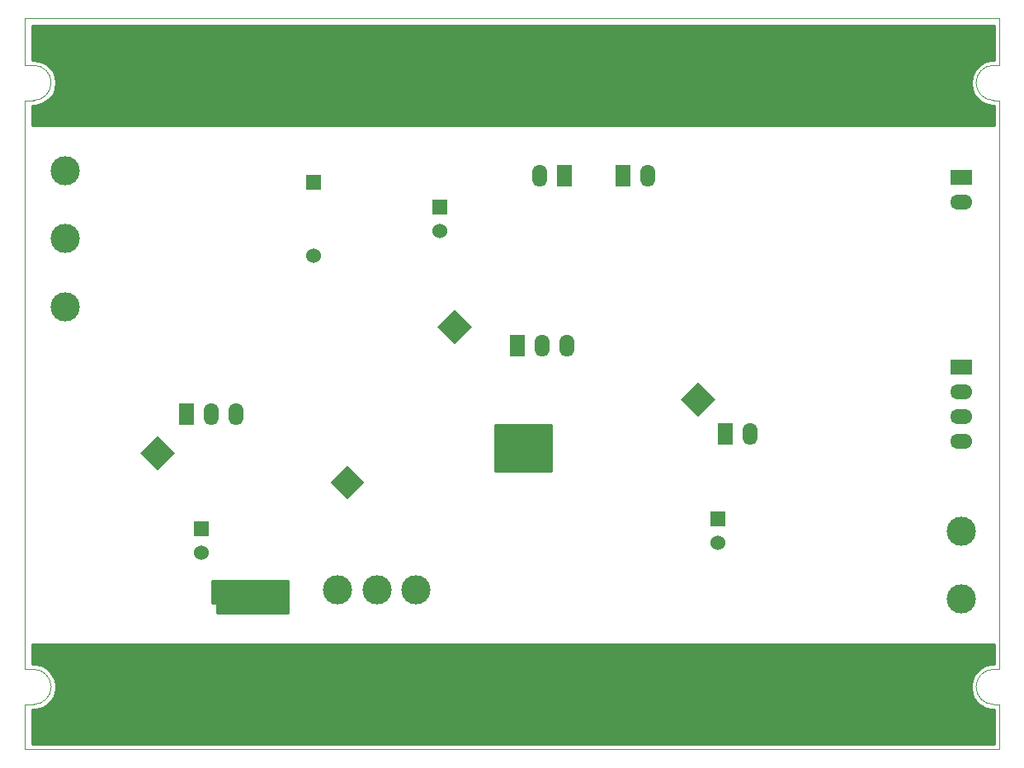
<source format=gbs>
%FSLAX34Y34*%
G04 Gerber Fmt 3.4, Leading zero omitted, Abs format*
G04 (created by PCBNEW (2014-03-14 BZR 4748)-product) date Mon 17 Mar 2014 11:54:22 PM EDT*
%MOIN*%
G01*
G70*
G90*
G04 APERTURE LIST*
%ADD10C,0.005906*%
%ADD11C,0.003937*%
%ADD12R,0.090000X0.060000*%
%ADD13O,0.090000X0.060000*%
%ADD14C,0.118110*%
%ADD15R,0.060000X0.060000*%
%ADD16C,0.060000*%
%ADD17R,0.060000X0.090000*%
%ADD18O,0.060000X0.090000*%
%ADD19C,0.010000*%
G04 APERTURE END LIST*
G54D10*
G54D11*
X88543Y-24488D02*
X88543Y-22598D01*
X88307Y-24488D02*
X88543Y-24488D01*
X88307Y-24488D02*
G75*
G03X87598Y-25196I0J-708D01*
G74*
G01*
X87598Y-25196D02*
G75*
G03X88307Y-25905I708J0D01*
G74*
G01*
X88543Y-25905D02*
X88307Y-25905D01*
X88543Y-48897D02*
X88543Y-25905D01*
X88307Y-48897D02*
X88543Y-48897D01*
X88307Y-48897D02*
G75*
G03X87598Y-49606I0J-708D01*
G74*
G01*
X87598Y-49606D02*
G75*
G03X88307Y-50314I708J0D01*
G74*
G01*
X88543Y-50314D02*
X88307Y-50314D01*
X88543Y-52125D02*
X88543Y-50314D01*
X49173Y-50314D02*
X49173Y-52125D01*
X49527Y-50314D02*
X49173Y-50314D01*
X49527Y-50314D02*
G75*
G03X50236Y-49606I0J708D01*
G74*
G01*
X50236Y-49606D02*
G75*
G03X49527Y-48897I-708J0D01*
G74*
G01*
X49173Y-48897D02*
X49527Y-48897D01*
X49173Y-25905D02*
X49173Y-48897D01*
X49527Y-25905D02*
X49173Y-25905D01*
X49527Y-25905D02*
G75*
G03X50236Y-25196I0J708D01*
G74*
G01*
X50236Y-25196D02*
G75*
G03X49527Y-24488I-708J0D01*
G74*
G01*
X49173Y-24488D02*
X49527Y-24488D01*
X49173Y-22598D02*
X49173Y-24488D01*
X88543Y-52125D02*
X49173Y-52125D01*
X49173Y-22598D02*
X88543Y-22598D01*
G54D12*
X87007Y-29027D03*
G54D13*
X87007Y-30027D03*
G54D14*
X64960Y-45669D03*
X63385Y-45669D03*
X61811Y-45669D03*
G54D15*
X60826Y-29232D03*
G54D16*
X60826Y-32184D03*
G54D17*
X55692Y-38582D03*
G54D18*
X56692Y-38582D03*
X57692Y-38582D03*
G54D12*
X87007Y-36688D03*
G54D13*
X87007Y-37688D03*
X87007Y-38688D03*
X87007Y-39688D03*
G54D17*
X77452Y-39370D03*
G54D18*
X78452Y-39370D03*
G54D17*
X69078Y-35826D03*
G54D18*
X70078Y-35826D03*
X71078Y-35826D03*
G54D17*
X73318Y-28937D03*
G54D18*
X74318Y-28937D03*
G54D17*
X70972Y-28937D03*
G54D18*
X69972Y-28937D03*
G54D15*
X77165Y-42815D03*
G54D16*
X77165Y-43799D03*
G54D14*
X50787Y-28740D03*
X50787Y-31496D03*
X50787Y-34251D03*
X87007Y-43307D03*
X87007Y-46062D03*
G54D15*
X56299Y-43208D03*
G54D16*
X56299Y-44192D03*
G54D15*
X65944Y-30216D03*
G54D16*
X65944Y-31200D03*
G54D10*
G36*
X62204Y-42034D02*
X61508Y-41338D01*
X62204Y-40642D01*
X62900Y-41338D01*
X62204Y-42034D01*
X62204Y-42034D01*
G37*
G36*
X66535Y-35735D02*
X65839Y-35039D01*
X66535Y-34343D01*
X67231Y-35039D01*
X66535Y-35735D01*
X66535Y-35735D01*
G37*
G36*
X76377Y-38688D02*
X75681Y-37992D01*
X76377Y-37296D01*
X77073Y-37992D01*
X76377Y-38688D01*
X76377Y-38688D01*
G37*
G36*
X54527Y-40853D02*
X53831Y-40157D01*
X54527Y-39461D01*
X55223Y-40157D01*
X54527Y-40853D01*
X54527Y-40853D01*
G37*
G36*
X70422Y-40894D02*
X68160Y-40894D01*
X68160Y-39026D01*
X70422Y-39026D01*
X70422Y-40894D01*
X70422Y-40894D01*
G37*
G54D19*
X70422Y-40894D02*
X68160Y-40894D01*
X68160Y-39026D01*
X70422Y-39026D01*
X70422Y-40894D01*
G54D10*
G36*
X88335Y-51918D02*
X49459Y-51918D01*
X49459Y-50522D01*
X49613Y-50522D01*
X49901Y-50439D01*
X50109Y-50315D01*
X50196Y-50228D01*
X50360Y-49981D01*
X50443Y-49692D01*
X50443Y-49562D01*
X50402Y-49315D01*
X50317Y-49146D01*
X50153Y-48940D01*
X49987Y-48815D01*
X49818Y-48731D01*
X49571Y-48690D01*
X49459Y-48690D01*
X49459Y-47884D01*
X88335Y-47884D01*
X88335Y-48690D01*
X88223Y-48690D01*
X88015Y-48731D01*
X87846Y-48815D01*
X87640Y-48980D01*
X87516Y-49146D01*
X87432Y-49314D01*
X87390Y-49522D01*
X87390Y-49691D01*
X87473Y-50020D01*
X87559Y-50149D01*
X87683Y-50274D01*
X87847Y-50397D01*
X88015Y-50480D01*
X88223Y-50522D01*
X88335Y-50522D01*
X88335Y-51918D01*
X88335Y-51918D01*
G37*
G54D19*
X88335Y-51918D02*
X49459Y-51918D01*
X49459Y-50522D01*
X49613Y-50522D01*
X49901Y-50439D01*
X50109Y-50315D01*
X50196Y-50228D01*
X50360Y-49981D01*
X50443Y-49692D01*
X50443Y-49562D01*
X50402Y-49315D01*
X50317Y-49146D01*
X50153Y-48940D01*
X49987Y-48815D01*
X49818Y-48731D01*
X49571Y-48690D01*
X49459Y-48690D01*
X49459Y-47884D01*
X88335Y-47884D01*
X88335Y-48690D01*
X88223Y-48690D01*
X88015Y-48731D01*
X87846Y-48815D01*
X87640Y-48980D01*
X87516Y-49146D01*
X87432Y-49314D01*
X87390Y-49522D01*
X87390Y-49691D01*
X87473Y-50020D01*
X87559Y-50149D01*
X87683Y-50274D01*
X87847Y-50397D01*
X88015Y-50480D01*
X88223Y-50522D01*
X88335Y-50522D01*
X88335Y-51918D01*
G54D10*
G36*
X88335Y-26918D02*
X49459Y-26918D01*
X49459Y-26112D01*
X49613Y-26112D01*
X49903Y-26029D01*
X50192Y-25823D01*
X50319Y-25654D01*
X50402Y-25446D01*
X50444Y-25197D01*
X50402Y-24906D01*
X50318Y-24737D01*
X50193Y-24571D01*
X49986Y-24405D01*
X49776Y-24321D01*
X49491Y-24280D01*
X49459Y-24280D01*
X49459Y-22884D01*
X88335Y-22884D01*
X88335Y-24280D01*
X88223Y-24280D01*
X88015Y-24322D01*
X87765Y-24447D01*
X87557Y-24655D01*
X87431Y-24906D01*
X87390Y-25196D01*
X87431Y-25487D01*
X87516Y-25656D01*
X87639Y-25820D01*
X87724Y-25904D01*
X87850Y-25989D01*
X88056Y-26071D01*
X88262Y-26112D01*
X88335Y-26112D01*
X88335Y-26918D01*
X88335Y-26918D01*
G37*
G54D19*
X88335Y-26918D02*
X49459Y-26918D01*
X49459Y-26112D01*
X49613Y-26112D01*
X49903Y-26029D01*
X50192Y-25823D01*
X50319Y-25654D01*
X50402Y-25446D01*
X50444Y-25197D01*
X50402Y-24906D01*
X50318Y-24737D01*
X50193Y-24571D01*
X49986Y-24405D01*
X49776Y-24321D01*
X49491Y-24280D01*
X49459Y-24280D01*
X49459Y-22884D01*
X88335Y-22884D01*
X88335Y-24280D01*
X88223Y-24280D01*
X88015Y-24322D01*
X87765Y-24447D01*
X87557Y-24655D01*
X87431Y-24906D01*
X87390Y-25196D01*
X87431Y-25487D01*
X87516Y-25656D01*
X87639Y-25820D01*
X87724Y-25904D01*
X87850Y-25989D01*
X88056Y-26071D01*
X88262Y-26112D01*
X88335Y-26112D01*
X88335Y-26918D01*
G54D10*
G36*
X59792Y-46603D02*
X56939Y-46603D01*
X56939Y-46209D01*
X56742Y-46209D01*
X56742Y-45325D01*
X59792Y-45325D01*
X59792Y-46603D01*
X59792Y-46603D01*
G37*
G54D19*
X59792Y-46603D02*
X56939Y-46603D01*
X56939Y-46209D01*
X56742Y-46209D01*
X56742Y-45325D01*
X59792Y-45325D01*
X59792Y-46603D01*
M02*

</source>
